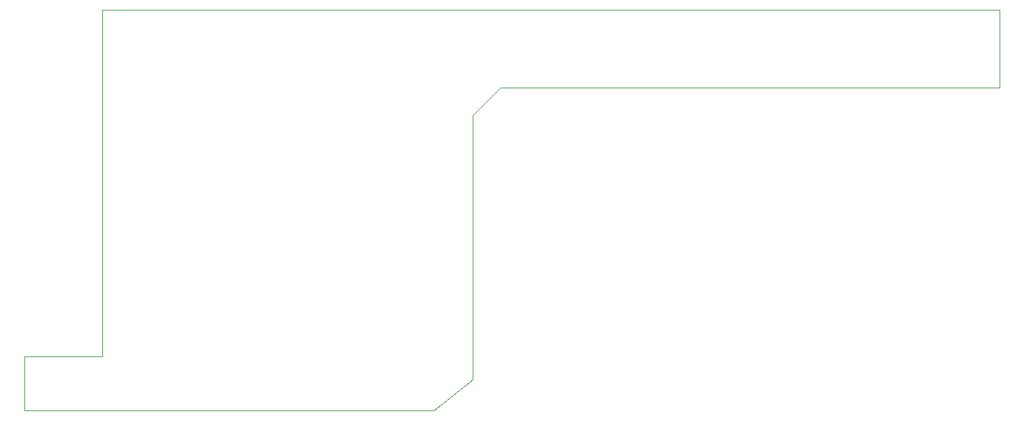
<source format=gm1>
G04 #@! TF.GenerationSoftware,KiCad,Pcbnew,7.0.9-7.0.9~ubuntu20.04.1*
G04 #@! TF.CreationDate,2024-03-01T12:09:36-07:00*
G04 #@! TF.ProjectId,lcdandbuttonboard,6c636461-6e64-4627-9574-746f6e626f61,rev?*
G04 #@! TF.SameCoordinates,Original*
G04 #@! TF.FileFunction,Profile,NP*
%FSLAX46Y46*%
G04 Gerber Fmt 4.6, Leading zero omitted, Abs format (unit mm)*
G04 Created by KiCad (PCBNEW 7.0.9-7.0.9~ubuntu20.04.1) date 2024-03-01 12:09:36*
%MOMM*%
%LPD*%
G01*
G04 APERTURE LIST*
G04 #@! TA.AperFunction,Profile*
%ADD10C,0.050000*%
G04 #@! TD*
G04 APERTURE END LIST*
D10*
X145500000Y-97500000D02*
X140500000Y-101500000D01*
X172000000Y-50000000D02*
X139000000Y-50000000D01*
X181000000Y-50000000D02*
X213000000Y-50000000D01*
X88000000Y-101500000D02*
X140500000Y-101500000D01*
X174000000Y-50000000D02*
X172000000Y-50000000D01*
X145500000Y-63500000D02*
X145500000Y-97500000D01*
X213000000Y-50000000D02*
X213000000Y-60000000D01*
X88000000Y-94500000D02*
X98000000Y-94500000D01*
X213000000Y-60000000D02*
X149000000Y-60000000D01*
X88000000Y-94500000D02*
X88000000Y-101500000D01*
X98000000Y-50000000D02*
X139000000Y-50000000D01*
X149000000Y-60000000D02*
X145500000Y-63500000D01*
X181000000Y-50000000D02*
X174000000Y-50000000D01*
X98000000Y-94500000D02*
X98000000Y-50000000D01*
M02*

</source>
